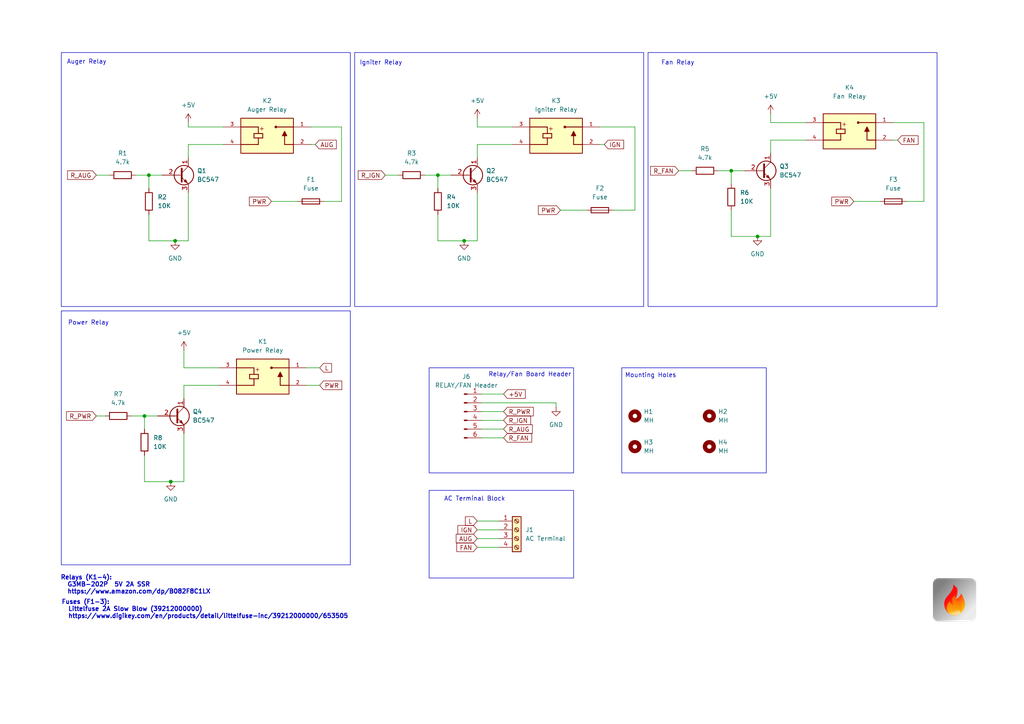
<source format=kicad_sch>
(kicad_sch (version 20231120) (generator "eeschema") (generator_version "8.0")
  (paper "A4")
  (title_block (title "PiFire Relay Module") (date "2024-05-10") (rev "v1.0.1") (company "PiFire") (comment 1 "https://github.com/nebhead/pifire") (comment 2 "Ben Parmeter"))
  (lib_symbols
    (symbol "Connector:Conn_01x06_Pin" (pin_names (offset 1.016) hide)
      (property "Reference" "J" (at 0 7.62 0))
      (property "Value" "Conn_01x06_Pin" (at 0 -10.16 0))
      (symbol "Conn_01x06_Pin_1_1"
        (polyline (pts (xy 1.27 -7.62) (xy 0.8636 -7.62)) (stroke (width 0.1524)))
        (polyline (pts (xy 1.27 -5.08) (xy 0.8636 -5.08)) (stroke (width 0.1524)))
        (polyline (pts (xy 1.27 -2.54) (xy 0.8636 -2.54)) (stroke (width 0.1524)))
        (polyline (pts (xy 1.27 0) (xy 0.8636 0)) (stroke (width 0.1524)))
        (polyline (pts (xy 1.27 2.54) (xy 0.8636 2.54)) (stroke (width 0.1524)))
        (polyline (pts (xy 1.27 5.08) (xy 0.8636 5.08)) (stroke (width 0.1524)))
        (rectangle (start 0.8636 -7.493) (end 0 -7.747) (stroke (width 0.1524)) (fill (type outline)))
        (rectangle (start 0.8636 -4.953) (end 0 -5.207) (stroke (width 0.1524)) (fill (type outline)))
        (rectangle (start 0.8636 -2.413) (end 0 -2.667) (stroke (width 0.1524)) (fill (type outline)))
        (rectangle (start 0.8636 0.127) (end 0 -0.127) (stroke (width 0.1524)) (fill (type outline)))
        (rectangle (start 0.8636 2.667) (end 0 2.413) (stroke (width 0.1524)) (fill (type outline)))
        (rectangle (start 0.8636 5.207) (end 0 4.953) (stroke (width 0.1524)) (fill (type outline)))
        (pin passive line (at 5.08 5.08 180) (length 3.81) (name "Pin_1") (number "1"))
        (pin passive line (at 5.08 2.54 180) (length 3.81) (name "Pin_2") (number "2"))
        (pin passive line (at 5.08 0 180) (length 3.81) (name "Pin_3") (number "3"))
        (pin passive line (at 5.08 -2.54 180) (length 3.81) (name "Pin_4") (number "4"))
        (pin passive line (at 5.08 -5.08 180) (length 3.81) (name "Pin_5") (number "5"))
        (pin passive line (at 5.08 -7.62 180) (length 3.81) (name "Pin_6") (number "6"))
      )
    )
    (symbol "Connector:Screw_Terminal_01x04" (pin_names (offset 1.016) hide)
      (property "Reference" "J" (at 0 5.08 0))
      (property "Value" "Screw_Terminal_01x04" (at 0 -7.62 0))
      (symbol "Screw_Terminal_01x04_1_1"
        (rectangle (start -1.27 3.81) (end 1.27 -6.35) (stroke (width 0.254)) (fill (type background)))
        (circle (center 0 -5.08) (radius 0.635) (stroke (width 0.1524)))
        (circle (center 0 -2.54) (radius 0.635) (stroke (width 0.1524)))
        (polyline (pts (xy -0.5334 -4.7498) (xy 0.3302 -5.588)) (stroke (width 0.1524)))
        (polyline (pts (xy -0.5334 -2.2098) (xy 0.3302 -3.048)) (stroke (width 0.1524)))
        (polyline (pts (xy -0.5334 0.3302) (xy 0.3302 -0.508)) (stroke (width 0.1524)))
        (polyline (pts (xy -0.5334 2.8702) (xy 0.3302 2.032)) (stroke (width 0.1524)))
        (polyline (pts (xy -0.3556 -4.572) (xy 0.508 -5.4102)) (stroke (width 0.1524)))
        (polyline (pts (xy -0.3556 -2.032) (xy 0.508 -2.8702)) (stroke (width 0.1524)))
        (polyline (pts (xy -0.3556 0.508) (xy 0.508 -0.3302)) (stroke (width 0.1524)))
        (polyline (pts (xy -0.3556 3.048) (xy 0.508 2.2098)) (stroke (width 0.1524)))
        (circle (center 0 0) (radius 0.635) (stroke (width 0.1524)))
        (circle (center 0 2.54) (radius 0.635) (stroke (width 0.1524)))
        (pin passive line (at -5.08 2.54 0) (length 3.81) (name "Pin_1") (number "1"))
        (pin passive line (at -5.08 0 0) (length 3.81) (name "Pin_2") (number "2"))
        (pin passive line (at -5.08 -2.54 0) (length 3.81) (name "Pin_3") (number "3"))
        (pin passive line (at -5.08 -5.08 0) (length 3.81) (name "Pin_4") (number "4"))
      )
    )
    (symbol "Device:Fuse" (pin_numbers hide) (pin_names (offset 0))
      (property "Reference" "F" (at 2.032 0 90))
      (property "Value" "Fuse" (at -1.905 0 90))
      (symbol "Fuse_0_1"
        (rectangle (start -0.762 -2.54) (end 0.762 2.54) (stroke (width 0.254)))
        (polyline (pts (xy 0 2.54) (xy 0 -2.54)))
      )
      (symbol "Fuse_1_1"
        (pin passive line (at 0 3.81 270) (length 1.27) (name "~") (number "1"))
        (pin passive line (at 0 -3.81 90) (length 1.27) (name "~") (number "2"))
      )
    )
    (symbol "Device:R" (pin_numbers hide) (pin_names (offset 0))
      (property "Reference" "R" (at 2.032 0 90))
      (property "Value" "R" (at 0 0 90))
      (symbol "R_0_1"
        (rectangle (start -1.016 -2.54) (end 1.016 2.54) (stroke (width 0.254)))
      )
      (symbol "R_1_1"
        (pin passive line (at 0 3.81 270) (length 1.27) (name "~") (number "1"))
        (pin passive line (at 0 -3.81 90) (length 1.27) (name "~") (number "2"))
      )
    )
    (symbol "G3MB-202PDC5:G3MB-202PDC5" (pin_names (offset 1.016))
      (property "Reference" "K" (at -7.62 6.35 0))
      (property "Value" "G3MB-202PDC5" (at -7.62 -6.35 0))
      (symbol "G3MB-202PDC5_0_0"
        (rectangle (start -7.62 -5.08) (end 7.62 5.08) (stroke (width 0.254)) (fill (type background)))
        (polyline (pts (xy -7.62 -2.54) (xy -2.54 -2.54)) (stroke (width 0.254)))
        (polyline (pts (xy -7.62 2.54) (xy -2.54 2.54)) (stroke (width 0.254)))
        (polyline (pts (xy -3.81 -0.635) (xy -3.81 0.635)) (stroke (width 0.254)))
        (polyline (pts (xy -3.81 0.635) (xy -2.54 0.635)) (stroke (width 0.254)))
        (polyline (pts (xy -2.54 -0.635) (xy -3.81 -0.635)) (stroke (width 0.254)))
        (polyline (pts (xy -2.54 -0.635) (xy -2.54 -2.54)) (stroke (width 0.254)))
        (polyline (pts (xy -2.54 0.635) (xy -1.27 0.635)) (stroke (width 0.254)))
        (polyline (pts (xy -2.54 2.54) (xy -2.54 0.635)) (stroke (width 0.254)))
        (polyline (pts (xy -2.032 2.032) (xy -1.016 2.032)) (stroke (width 0.127)))
        (polyline (pts (xy -1.524 2.54) (xy -1.524 1.524)) (stroke (width 0.127)))
        (polyline (pts (xy -1.27 -0.635) (xy -2.54 -0.635)) (stroke (width 0.254)))
        (polyline (pts (xy -1.27 0.635) (xy -1.27 -0.635)) (stroke (width 0.254)))
        (polyline (pts (xy 5.08 -2.54) (xy 5.08 0)) (stroke (width 0.254)))
        (polyline (pts (xy 7.62 -2.54) (xy 5.08 -2.54)) (stroke (width 0.254)))
        (polyline (pts (xy 7.62 2.54) (xy 2.54 2.54)) (stroke (width 0.254)))
        (polyline (pts (xy 4.445 0) (xy 5.715 0) (xy 5.08 1.27) (xy 4.445 0)) (stroke (width 0.254)) (fill (type outline)))
        (circle (center 2.54 2.54) (radius 0.254) (stroke (width 0.254)))
        (pin passive line (at 12.7 2.54 180) (length 5.08) (name "~") (number "1"))
        (pin passive line (at 12.7 -2.54 180) (length 5.08) (name "~") (number "2"))
        (pin passive line (at -12.7 2.54 0) (length 5.08) (name "~") (number "3"))
        (pin passive line (at -12.7 -2.54 0) (length 5.08) (name "~") (number "4"))
      )
    )
    (symbol "Mechanical:MountingHole" (pin_names (offset 1.016))
      (property "Reference" "H" (at 0 5.08 0))
      (property "Value" "MountingHole" (at 0 3.175 0))
      (symbol "MountingHole_0_1"
        (circle (center 0 0) (radius 1.27) (stroke (width 1.27)))
      )
    )
    (symbol "Transistor_BJT:BC547" (pin_names (offset 0) hide)
      (property "Reference" "Q" (at 5.08 1.905 0))
      (property "Value" "BC547" (at 5.08 0 0))
      (symbol "BC547_0_1"
        (polyline (pts (xy 0 0) (xy 0.635 0)))
        (polyline (pts (xy 0.635 0.635) (xy 2.54 2.54)))
        (polyline (pts (xy 0.635 -0.635) (xy 2.54 -2.54) (xy 2.54 -2.54)))
        (polyline (pts (xy 0.635 1.905) (xy 0.635 -1.905) (xy 0.635 -1.905)) (stroke (width 0.508)))
        (polyline (pts (xy 1.27 -1.778) (xy 1.778 -1.27) (xy 2.286 -2.286) (xy 1.27 -1.778) (xy 1.27 -1.778)) (fill (type outline)))
        (circle (center 1.27 0) (radius 2.8194) (stroke (width 0.254)))
      )
      (symbol "BC547_1_1"
        (pin passive line (at 2.54 5.08 270) (length 2.54) (name "C") (number "1"))
        (pin input line (at -5.08 0 0) (length 5.08) (name "B") (number "2"))
        (pin passive line (at 2.54 -5.08 90) (length 2.54) (name "E") (number "3"))
      )
    )
    (symbol "power:+5V" (power) (pin_numbers hide) (pin_names (offset 0) hide)
      (property "Value" "+5V" (at 0 3.556 0))
      (symbol "+5V_0_1"
        (polyline (pts (xy -0.762 1.27) (xy 0 2.54)))
        (polyline (pts (xy 0 0) (xy 0 2.54)))
        (polyline (pts (xy 0 2.54) (xy 0.762 1.27)))
      )
      (symbol "+5V_1_1"
        (pin power_in line (at 0 0 90) (length 0) (name "~") (number "1"))
      )
    )
    (symbol "power:GND" (power) (pin_numbers hide) (pin_names (offset 0) hide)
      (property "Value" "GND" (at 0 -3.81 0))
      (symbol "GND_0_1"
        (polyline (pts (xy 0 0) (xy 0 -1.27) (xy 1.27 -1.27) (xy 0 -2.54) (xy -1.27 -1.27) (xy 0 -1.27)))
      )
      (symbol "GND_1_1"
        (pin power_in line (at 0 0 270) (length 0) (name "~") (number "1"))
      )
    )
  )
  (junction (at 41.91 120.65))
  (junction (at 50.8 69.85))
  (junction (at 127 50.8))
  (junction (at 134.62 69.85))
  (junction (at 212.09 49.53))
  (junction (at 219.71 68.58))
  (junction (at 49.53 139.7))
  (junction (at 43.18 50.8))
  (wire (pts (xy 27.94 120.65) (xy 30.48 120.65)))
  (wire (pts (xy 53.34 115.57) (xy 53.34 111.76)))
  (wire (pts (xy 146.05 124.46) (xy 139.7 124.46)))
  (wire (pts (xy 27.94 50.8) (xy 31.75 50.8)))
  (wire (pts (xy 41.91 120.65) (xy 41.91 124.46)))
  (wire (pts (xy 200.66 49.53) (xy 196.85 49.53)))
  (wire (pts (xy 262.89 58.42) (xy 267.97 58.42)))
  (wire (pts (xy 175.26 41.91) (xy 173.99 41.91)))
  (wire (pts (xy 138.43 156.21) (xy 144.78 156.21)))
  (wire (pts (xy 53.34 111.76) (xy 63.5 111.76)))
  (wire (pts (xy 138.43 69.85) (xy 138.43 55.88)))
  (wire (pts (xy 54.61 69.85) (xy 54.61 55.88)))
  (wire (pts (xy 53.34 101.6) (xy 53.34 106.68)))
  (wire (pts (xy 259.08 35.56) (xy 267.97 35.56)))
  (wire (pts (xy 212.09 49.53) (xy 215.9 49.53)))
  (wire (pts (xy 127 69.85) (xy 134.62 69.85)))
  (wire (pts (xy 88.9 111.76) (xy 92.71 111.76)))
  (wire (pts (xy 184.15 60.96) (xy 177.8 60.96)))
  (wire (pts (xy 267.97 35.56) (xy 267.97 58.42)))
  (wire (pts (xy 161.29 116.84) (xy 161.29 118.11)))
  (wire (pts (xy 212.09 68.58) (xy 219.71 68.58)))
  (wire (pts (xy 233.68 35.56) (xy 223.52 35.56)))
  (wire (pts (xy 138.43 34.29) (xy 138.43 36.83)))
  (wire (pts (xy 88.9 106.68) (xy 92.71 106.68)))
  (wire (pts (xy 138.43 36.83) (xy 148.59 36.83)))
  (wire (pts (xy 127 62.23) (xy 127 69.85)))
  (wire (pts (xy 41.91 139.7) (xy 49.53 139.7)))
  (wire (pts (xy 99.06 58.42) (xy 93.98 58.42)))
  (wire (pts (xy 247.65 58.42) (xy 255.27 58.42)))
  (wire (pts (xy 212.09 49.53) (xy 212.09 53.34)))
  (wire (pts (xy 127 50.8) (xy 127 54.61)))
  (wire (pts (xy 138.43 153.67) (xy 144.78 153.67)))
  (wire (pts (xy 223.52 68.58) (xy 223.52 54.61)))
  (wire (pts (xy 139.7 116.84) (xy 161.29 116.84)))
  (wire (pts (xy 260.35 40.64) (xy 259.08 40.64)))
  (wire (pts (xy 41.91 120.65) (xy 45.72 120.65)))
  (wire (pts (xy 43.18 50.8) (xy 43.18 54.61)))
  (wire (pts (xy 223.52 35.56) (xy 223.52 33.02)))
  (wire (pts (xy 54.61 45.72) (xy 54.61 41.91)))
  (wire (pts (xy 43.18 62.23) (xy 43.18 69.85)))
  (wire (pts (xy 53.34 139.7) (xy 53.34 125.73)))
  (wire (pts (xy 162.56 60.96) (xy 170.18 60.96)))
  (wire (pts (xy 41.91 132.08) (xy 41.91 139.7)))
  (wire (pts (xy 146.05 121.92) (xy 139.7 121.92)))
  (wire (pts (xy 184.15 36.83) (xy 184.15 60.96)))
  (wire (pts (xy 53.34 106.68) (xy 63.5 106.68)))
  (wire (pts (xy 127 50.8) (xy 130.81 50.8)))
  (wire (pts (xy 138.43 151.13) (xy 144.78 151.13)))
  (wire (pts (xy 134.62 69.85) (xy 138.43 69.85)))
  (wire (pts (xy 38.1 120.65) (xy 41.91 120.65)))
  (wire (pts (xy 223.52 40.64) (xy 233.68 40.64)))
  (wire (pts (xy 146.05 114.3) (xy 139.7 114.3)))
  (wire (pts (xy 146.05 127) (xy 139.7 127)))
  (wire (pts (xy 78.74 58.42) (xy 86.36 58.42)))
  (wire (pts (xy 54.61 36.83) (xy 64.77 36.83)))
  (wire (pts (xy 173.99 36.83) (xy 184.15 36.83)))
  (wire (pts (xy 138.43 158.75) (xy 144.78 158.75)))
  (wire (pts (xy 212.09 60.96) (xy 212.09 68.58)))
  (wire (pts (xy 123.19 50.8) (xy 127 50.8)))
  (wire (pts (xy 146.05 119.38) (xy 139.7 119.38)))
  (wire (pts (xy 54.61 35.56) (xy 54.61 36.83)))
  (wire (pts (xy 43.18 50.8) (xy 46.99 50.8)))
  (wire (pts (xy 223.52 44.45) (xy 223.52 40.64)))
  (wire (pts (xy 43.18 69.85) (xy 50.8 69.85)))
  (wire (pts (xy 111.76 50.8) (xy 115.57 50.8)))
  (wire (pts (xy 138.43 41.91) (xy 148.59 41.91)))
  (wire (pts (xy 90.17 36.83) (xy 99.06 36.83)))
  (wire (pts (xy 99.06 36.83) (xy 99.06 58.42)))
  (wire (pts (xy 39.37 50.8) (xy 43.18 50.8)))
  (wire (pts (xy 208.28 49.53) (xy 212.09 49.53)))
  (wire (pts (xy 49.53 139.7) (xy 53.34 139.7)))
  (wire (pts (xy 219.71 68.58) (xy 223.52 68.58)))
  (wire (pts (xy 91.44 41.91) (xy 90.17 41.91)))
  (wire (pts (xy 138.43 45.72) (xy 138.43 41.91)))
  (wire (pts (xy 54.61 41.91) (xy 64.77 41.91)))
  (wire (pts (xy 50.8 69.85) (xy 54.61 69.85)))
  (rectangle (start 17.78 90.17) (end 101.6 163.83))
  (rectangle (start 124.46 142.24) (end 166.37 167.64))
  (rectangle (start 102.87 15.24) (end 186.69 88.9))
  (rectangle (start 17.78 15.24) (end 101.6 88.9))
  (rectangle (start 180.34 106.68) (end 222.25 137.16))
  (rectangle (start 124.46 106.68) (end 166.37 137.16))
  (rectangle (start 187.96 15.24) (end 271.78 88.9))
  (image (at 276.86 173.99) (scale 0.0668889))
  (text "Fan Relay" (at 196.596 18.288 0) (effects (font (size 1.27 1.27))))
  (text "Power Relay" (at 25.654 93.726 0) (effects (font (size 1.27 1.27))))
  (text "Fuses (F1-3): \n  Littelfuse 2A Slow Blow (39212000000)\n  https://www.digikey.com/en/products/detail/littelfuse-inc/39212000000/653505" (at 17.78 176.784 0) (effects (font (size 1.27 1.27) (thickness 0.254) (bold yes)) (justify left)))
  (text "AC Terminal Block" (at 137.668 144.78 0) (effects (font (size 1.27 1.27))))
  (text "Auger Relay" (at 25.146 18.034 0) (effects (font (size 1.27 1.27))))
  (text "Relay/Fan Board Header" (at 153.67 108.712 0) (effects (font (size 1.27 1.27))))
  (text "Relays (K1-4): \n  G3MB-202P  5V 2A SSR  \n  https://www.amazon.com/dp/B082F8C1LX" (at 17.526 169.672 0) (effects (font (size 1.27 1.27) (thickness 0.254) (bold yes)) (justify left)))
  (text "Mounting Holes" (at 188.722 108.966 0) (effects (font (size 1.27 1.27))))
  (text "Igniter Relay" (at 110.49 18.288 0) (effects (font (size 1.27 1.27))))
  (global_label "AUG" (shape input) (at 91.44 41.91 0) (property "Intersheetrefs" "${INTERSHEET_REFS}" (effects (hide yes))))
  (global_label "IGN" (shape input) (at 138.43 153.67 180) (property "Intersheetrefs" "${INTERSHEET_REFS}" (effects (hide yes))))
  (global_label "R_IGN" (shape input) (at 146.05 121.92 0) (property "Intersheetrefs" "${INTERSHEET_REFS}" (effects (hide yes))))
  (global_label "R_AUG" (shape input) (at 146.05 124.46 0) (property "Intersheetrefs" "${INTERSHEET_REFS}" (effects (hide yes))))
  (global_label "+5V" (shape input) (at 146.05 114.3 0) (property "Intersheetrefs" "${INTERSHEET_REFS}" (effects (hide yes))))
  (global_label "R_FAN" (shape input) (at 196.85 49.53 180) (property "Intersheetrefs" "${INTERSHEET_REFS}" (effects (hide yes))))
  (global_label "R_AUG" (shape input) (at 27.94 50.8 180) (property "Intersheetrefs" "${INTERSHEET_REFS}" (effects (hide yes))))
  (global_label "FAN" (shape input) (at 260.35 40.64 0) (property "Intersheetrefs" "${INTERSHEET_REFS}" (effects (hide yes))))
  (global_label "PWR" (shape input) (at 247.65 58.42 180) (property "Intersheetrefs" "${INTERSHEET_REFS}" (effects (hide yes))))
  (global_label "PWR" (shape input) (at 92.71 111.76 0) (property "Intersheetrefs" "${INTERSHEET_REFS}" (effects (hide yes))))
  (global_label "R_PWR" (shape input) (at 27.94 120.65 180) (property "Intersheetrefs" "${INTERSHEET_REFS}" (effects (hide yes))))
  (global_label "IGN" (shape input) (at 175.26 41.91 0) (property "Intersheetrefs" "${INTERSHEET_REFS}" (effects (hide yes))))
  (global_label "PWR" (shape input) (at 78.74 58.42 180) (property "Intersheetrefs" "${INTERSHEET_REFS}" (effects (hide yes))))
  (global_label "AUG" (shape input) (at 138.43 156.21 180) (property "Intersheetrefs" "${INTERSHEET_REFS}" (effects (hide yes))))
  (global_label "R_PWR" (shape input) (at 146.05 119.38 0) (property "Intersheetrefs" "${INTERSHEET_REFS}" (effects (hide yes))))
  (global_label "FAN" (shape input) (at 138.43 158.75 180) (property "Intersheetrefs" "${INTERSHEET_REFS}" (effects (hide yes))))
  (global_label "L" (shape input) (at 92.71 106.68 0) (property "Intersheetrefs" "${INTERSHEET_REFS}" (effects (hide yes))))
  (global_label "R_IGN" (shape input) (at 111.76 50.8 180) (property "Intersheetrefs" "${INTERSHEET_REFS}" (effects (hide yes))))
  (global_label "PWR" (shape input) (at 162.56 60.96 180) (property "Intersheetrefs" "${INTERSHEET_REFS}" (effects (hide yes))))
  (global_label "R_FAN" (shape input) (at 146.05 127 0) (property "Intersheetrefs" "${INTERSHEET_REFS}" (effects (hide yes))))
  (global_label "L" (shape input) (at 138.43 151.13 180) (property "Intersheetrefs" "${INTERSHEET_REFS}" (effects (hide yes))))
  (symbol (lib_id "Transistor_BJT:BC547") (at 52.07 50.8 0) (unit 1)
    (property "Reference" "Q1" (at 57.15 49.5299 0) (effects (justify left)))
    (property "Value" "BC547" (at 57.15 52.0699 0) (effects (justify left)))
    (property "Footprint" "Package_TO_SOT_THT:TO-92L_Inline" (effects (hide yes)))
    (property "Datasheet" "https://www.onsemi.com/pub/Collateral/BC550-D.pdf" (effects (hide yes)))
    (property "Description" "BC547 Transistor. I had several on hand from this kit: https://www.amazon.com/gp/product/B06Y4M2N29" (effects (hide yes)))
  )
  (symbol (lib_id "Device:R") (at 204.47 49.53 270) (unit 1)
    (property "Reference" "R5" (at 204.47 43.18 90))
    (property "Value" "4.7k" (at 204.47 45.72 90))
    (property "Footprint" "Resistor_THT:R_Axial_DIN0207_L6.3mm_D2.5mm_P7.62mm_Horizontal" (effects (hide yes)))
    (property "Description" "Standard 1/4W Axial Resistors." (effects (hide yes)))
  )
  (symbol (lib_id "power:+5V") (at 54.61 35.56 0) (unit 1)
    (property "Reference" "#PWR01" (effects (hide yes)))
    (property "Value" "+5V" (at 54.61 30.48 0))
    (property "Description" "Power symbol creates a global label with name \"+5V\"" (effects (hide yes)))
  )
  (symbol (lib_id "G3MB-202PDC5:G3MB-202PDC5") (at 246.38 38.1 0) (unit 1)
    (property "Reference" "K4" (at 246.38 25.4 0))
    (property "Value" "Fan Relay" (at 246.38 27.94 0))
    (property "Footprint" "G3MB-202PDC5:RELAY_G3MB-202PDC5" (effects (hide yes)))
    (property "Description" "G3MB-202P DC5V 2A Solid State Relay.  These are generally the same type of relay that you will find on generic SSR relay modules everywhere.  They can be a bit difficult to source otherwise.  However, I was able to order these on Amazon: https://www.amazon.com/dp/B082F8C1LX" (effects (hide yes)))
    (property "PARTREV" "J091-E1-1A" (effects (hide yes)))
    (property "STANDARD" "Manufacturer Recommendations" (effects (hide yes)))
    (property "MAXIMUM_PACKAGE_HEIGHT" "20.5mm" (effects (hide yes)))
    (property "MANUFACTURER" "OMRON" (effects (hide yes)))
  )
  (symbol (lib_id "Device:R") (at 212.09 57.15 0) (unit 1)
    (property "Reference" "R6" (at 214.63 55.8799 0) (effects (justify left)))
    (property "Value" "10K" (at 214.63 58.4199 0) (effects (justify left)))
    (property "Footprint" "Resistor_THT:R_Axial_DIN0207_L6.3mm_D2.5mm_P7.62mm_Horizontal" (effects (hide yes)))
    (property "Description" "Standard 1/4W Axial Resistors." (effects (hide yes)))
  )
  (symbol (lib_id "power:GND") (at 49.53 139.7 0) (unit 1)
    (property "Reference" "#PWR07" (effects (hide yes)))
    (property "Value" "GND" (at 49.53 144.78 0))
    (property "Description" "Power symbol creates a global label with name \"GND\" , ground" (effects (hide yes)))
  )
  (symbol (lib_id "Device:Fuse") (at 259.08 58.42 90) (unit 1)
    (property "Reference" "F3" (at 259.08 52.07 90))
    (property "Value" "Fuse" (at 259.08 54.61 90))
    (property "Footprint" "Fuse:Fuse_Littelfuse_395Series" (effects (hide yes)))
    (property "Description" "Littelfuse 2A Slow Blow (39212000000) https://www.digikey.com/en/products/detail/littelfuse-inc/39212000000/653505" (effects (hide yes)))
  )
  (symbol (lib_id "Connector:Screw_Terminal_01x04") (at 149.86 153.67 0) (unit 1)
    (property "Reference" "J1" (at 152.4 153.6699 0) (effects (justify left)))
    (property "Value" "AC Terminal" (at 152.4 156.2099 0) (effects (justify left)))
    (property "Footprint" "TerminalBlock:TerminalBlock_bornier-4_P5.08mm" (effects (hide yes)))
    (property "Description" "Screw Terminal x4 (5.0mm pitch). Recommended terminals: https://www.amazon.com/dp/B01MT4LC0F" (effects (hide yes)))
  )
  (symbol (lib_id "Mechanical:MountingHole") (at 184.15 120.65 0) (unit 1)
    (property "Reference" "H1" (at 186.69 119.3799 0) (effects (justify left)))
    (property "Value" "MH" (at 186.69 121.9199 0) (effects (justify left)))
    (property "Footprint" "MountingHole:MountingHole_3.2mm_M3" (effects (hide yes)))
    (property "Description" "Mounting Hole without connection" (effects (hide yes)))
  )
  (symbol (lib_id "Mechanical:MountingHole") (at 184.15 129.54 0) (unit 1)
    (property "Reference" "H3" (at 186.69 128.2699 0) (effects (justify left)))
    (property "Value" "MH" (at 186.69 130.8099 0) (effects (justify left)))
    (property "Footprint" "MountingHole:MountingHole_3.2mm_M3" (effects (hide yes)))
    (property "Description" "Mounting Hole without connection" (effects (hide yes)))
  )
  (symbol (lib_id "power:+5V") (at 138.43 34.29 0) (unit 1)
    (property "Reference" "#PWR04" (effects (hide yes)))
    (property "Value" "+5V" (at 138.43 29.21 0))
    (property "Description" "Power symbol creates a global label with name \"+5V\"" (effects (hide yes)))
  )
  (symbol (lib_id "Mechanical:MountingHole") (at 205.74 120.65 0) (unit 1)
    (property "Reference" "H2" (at 208.28 119.3799 0) (effects (justify left)))
    (property "Value" "MH" (at 208.28 121.9199 0) (effects (justify left)))
    (property "Footprint" "MountingHole:MountingHole_3.2mm_M3" (effects (hide yes)))
    (property "Description" "Mounting Hole without connection" (effects (hide yes)))
  )
  (symbol (lib_id "power:GND") (at 219.71 68.58 0) (unit 1)
    (property "Reference" "#PWR05" (effects (hide yes)))
    (property "Value" "GND" (at 219.71 73.66 0))
    (property "Description" "Power symbol creates a global label with name \"GND\" , ground" (effects (hide yes)))
  )
  (symbol (lib_id "Device:R") (at 43.18 58.42 0) (unit 1)
    (property "Reference" "R2" (at 45.72 57.1499 0) (effects (justify left)))
    (property "Value" "10K" (at 45.72 59.6899 0) (effects (justify left)))
    (property "Footprint" "Resistor_THT:R_Axial_DIN0207_L6.3mm_D2.5mm_P7.62mm_Horizontal" (effects (hide yes)))
    (property "Description" "Standard 1/4W Axial Resistors." (effects (hide yes)))
  )
  (symbol (lib_id "G3MB-202PDC5:G3MB-202PDC5") (at 76.2 109.22 0) (unit 1)
    (property "Reference" "K1" (at 76.2 99.06 0))
    (property "Value" "Power Relay" (at 76.2 101.6 0))
    (property "Footprint" "G3MB-202PDC5:RELAY_G3MB-202PDC5" (effects (hide yes)))
    (property "Description" "G3MB-202P DC5V 2A Solid State Relay.  These are generally the same type of relay that you will find on generic SSR relay modules everywhere.  They can be a bit difficult to source otherwise.  However, I was able to order these on Amazon: https://www.amazon.com/dp/B082F8C1LX" (effects (hide yes)))
    (property "PARTREV" "J091-E1-1A" (effects (hide yes)))
    (property "STANDARD" "Manufacturer Recommendations" (effects (hide yes)))
    (property "MAXIMUM_PACKAGE_HEIGHT" "20.5mm" (effects (hide yes)))
    (property "MANUFACTURER" "OMRON" (effects (hide yes)))
  )
  (symbol (lib_id "Device:R") (at 34.29 120.65 270) (unit 1)
    (property "Reference" "R7" (at 34.29 114.3 90))
    (property "Value" "4.7k" (at 34.29 116.84 90))
    (property "Footprint" "Resistor_THT:R_Axial_DIN0207_L6.3mm_D2.5mm_P7.62mm_Horizontal" (effects (hide yes)))
    (property "Description" "Standard 1/4W Axial Resistors." (effects (hide yes)))
  )
  (symbol (lib_id "G3MB-202PDC5:G3MB-202PDC5") (at 77.47 39.37 0) (unit 1)
    (property "Reference" "K2" (at 77.47 29.21 0))
    (property "Value" "Auger Relay" (at 77.47 31.75 0))
    (property "Footprint" "G3MB-202PDC5:RELAY_G3MB-202PDC5" (effects (hide yes)))
    (property "Description" "G3MB-202P DC5V 2A Solid State Relay.  These are generally the same type of relay that you will find on generic SSR relay modules everywhere.  They can be a bit difficult to source otherwise.  However, I was able to order these on Amazon: https://www.amazon.com/dp/B082F8C1LX" (effects (hide yes)))
    (property "PARTREV" "J091-E1-1A" (effects (hide yes)))
    (property "STANDARD" "Manufacturer Recommendations" (effects (hide yes)))
    (property "MAXIMUM_PACKAGE_HEIGHT" "20.5mm" (effects (hide yes)))
    (property "MANUFACTURER" "OMRON" (effects (hide yes)))
  )
  (symbol (lib_id "Connector:Conn_01x06_Pin") (at 134.62 119.38 0) (unit 1)
    (property "Reference" "J6" (at 135.255 109.22 0))
    (property "Value" "RELAY/FAN Header" (at 135.255 111.76 0))
    (property "Footprint" "Connector_JST:JST_XH_B6B-XH-A_1x06_P2.50mm_Vertical" (effects (hide yes)))
    (property "Description" "6-Pin JST XH PCB Mount Connectors for input header. Available from many sellers: https://www.amazon.com/Glarks-Housing-Connector-Perfectly-Compatible/dp/B07CTH46S7" (effects (hide yes)))
  )
  (symbol (lib_id "power:+5V") (at 53.34 101.6 0) (unit 1)
    (property "Reference" "#PWR08" (effects (hide yes)))
    (property "Value" "+5V" (at 53.34 96.52 0))
    (property "Description" "Power symbol creates a global label with name \"+5V\"" (effects (hide yes)))
  )
  (symbol (lib_id "power:+5V") (at 223.52 33.02 0) (unit 1)
    (property "Reference" "#PWR06" (effects (hide yes)))
    (property "Value" "+5V" (at 223.52 27.94 0))
    (property "Description" "Power symbol creates a global label with name \"+5V\"" (effects (hide yes)))
  )
  (symbol (lib_id "Transistor_BJT:BC547") (at 220.98 49.53 0) (unit 1)
    (property "Reference" "Q3" (at 226.06 48.2599 0) (effects (justify left)))
    (property "Value" "BC547" (at 226.06 50.7999 0) (effects (justify left)))
    (property "Footprint" "Package_TO_SOT_THT:TO-92L_Inline" (effects (hide yes)))
    (property "Datasheet" "https://www.onsemi.com/pub/Collateral/BC550-D.pdf" (effects (hide yes)))
    (property "Description" "BC547 Transistor. I had several on hand from this kit: https://www.amazon.com/gp/product/B06Y4M2N29" (effects (hide yes)))
  )
  (symbol (lib_id "Transistor_BJT:BC547") (at 50.8 120.65 0) (unit 1)
    (property "Reference" "Q4" (at 55.88 119.3799 0) (effects (justify left)))
    (property "Value" "BC547" (at 55.88 121.9199 0) (effects (justify left)))
    (property "Footprint" "Package_TO_SOT_THT:TO-92L_Inline" (effects (hide yes)))
    (property "Datasheet" "https://www.onsemi.com/pub/Collateral/BC550-D.pdf" (effects (hide yes)))
    (property "Description" "BC547 Transistor. I had several on hand from this kit: https://www.amazon.com/gp/product/B06Y4M2N29" (effects (hide yes)))
  )
  (symbol (lib_id "power:GND") (at 50.8 69.85 0) (unit 1)
    (property "Reference" "#PWR02" (effects (hide yes)))
    (property "Value" "GND" (at 50.8 74.93 0))
    (property "Description" "Power symbol creates a global label with name \"GND\" , ground" (effects (hide yes)))
  )
  (symbol (lib_id "Device:Fuse") (at 90.17 58.42 90) (unit 1)
    (property "Reference" "F1" (at 90.17 52.07 90))
    (property "Value" "Fuse" (at 90.17 54.61 90))
    (property "Footprint" "Fuse:Fuse_Littelfuse_395Series" (effects (hide yes)))
    (property "Description" "Littelfuse 2A Slow Blow (39212000000) https://www.digikey.com/en/products/detail/littelfuse-inc/39212000000/653505" (effects (hide yes)))
  )
  (symbol (lib_id "Device:R") (at 41.91 128.27 0) (unit 1)
    (property "Reference" "R8" (at 44.45 126.9999 0) (effects (justify left)))
    (property "Value" "10K" (at 44.45 129.5399 0) (effects (justify left)))
    (property "Footprint" "Resistor_THT:R_Axial_DIN0207_L6.3mm_D2.5mm_P7.62mm_Horizontal" (effects (hide yes)))
    (property "Description" "Standard 1/4W Axial Resistors." (effects (hide yes)))
  )
  (symbol (lib_id "power:GND") (at 161.29 118.11 0) (unit 1)
    (property "Reference" "#PWR09" (effects (hide yes)))
    (property "Value" "GND" (at 161.29 123.19 0))
    (property "Description" "Power symbol creates a global label with name \"GND\" , ground" (effects (hide yes)))
  )
  (symbol (lib_id "Device:R") (at 119.38 50.8 270) (unit 1)
    (property "Reference" "R3" (at 119.38 44.45 90))
    (property "Value" "4.7k" (at 119.38 46.99 90))
    (property "Footprint" "Resistor_THT:R_Axial_DIN0207_L6.3mm_D2.5mm_P7.62mm_Horizontal" (effects (hide yes)))
    (property "Description" "Standard 1/4W Axial Resistors." (effects (hide yes)))
  )
  (symbol (lib_id "Device:Fuse") (at 173.99 60.96 90) (unit 1)
    (property "Reference" "F2" (at 173.99 54.61 90))
    (property "Value" "Fuse" (at 173.99 57.15 90))
    (property "Footprint" "Fuse:Fuse_Littelfuse_395Series" (effects (hide yes)))
    (property "Description" "Littelfuse 2A Slow Blow (39212000000) https://www.digikey.com/en/products/detail/littelfuse-inc/39212000000/653505" (effects (hide yes)))
  )
  (symbol (lib_id "Device:R") (at 35.56 50.8 270) (unit 1)
    (property "Reference" "R1" (at 35.56 44.45 90))
    (property "Value" "4.7k" (at 35.56 46.99 90))
    (property "Footprint" "Resistor_THT:R_Axial_DIN0207_L6.3mm_D2.5mm_P7.62mm_Horizontal" (effects (hide yes)))
    (property "Description" "Standard 1/4W Axial Resistors." (effects (hide yes)))
  )
  (symbol (lib_id "Transistor_BJT:BC547") (at 135.89 50.8 0) (unit 1)
    (property "Reference" "Q2" (at 140.97 49.5299 0) (effects (justify left)))
    (property "Value" "BC547" (at 140.97 52.0699 0) (effects (justify left)))
    (property "Footprint" "Package_TO_SOT_THT:TO-92L_Inline" (effects (hide yes)))
    (property "Datasheet" "https://www.onsemi.com/pub/Collateral/BC550-D.pdf" (effects (hide yes)))
    (property "Description" "BC547 Transistor. I had several on hand from this kit: https://www.amazon.com/gp/product/B06Y4M2N29" (effects (hide yes)))
  )
  (symbol (lib_id "Device:R") (at 127 58.42 0) (unit 1)
    (property "Reference" "R4" (at 129.54 57.1499 0) (effects (justify left)))
    (property "Value" "10K" (at 129.54 59.6899 0) (effects (justify left)))
    (property "Footprint" "Resistor_THT:R_Axial_DIN0207_L6.3mm_D2.5mm_P7.62mm_Horizontal" (effects (hide yes)))
    (property "Description" "Standard 1/4W Axial Resistors." (effects (hide yes)))
  )
  (symbol (lib_id "Mechanical:MountingHole") (at 205.74 129.54 0) (unit 1)
    (property "Reference" "H4" (at 208.28 128.2699 0) (effects (justify left)))
    (property "Value" "MH" (at 208.28 130.8099 0) (effects (justify left)))
    (property "Footprint" "MountingHole:MountingHole_3.2mm_M3" (effects (hide yes)))
    (property "Description" "Mounting Hole without connection" (effects (hide yes)))
  )
  (symbol (lib_id "power:GND") (at 134.62 69.85 0) (unit 1)
    (property "Reference" "#PWR03" (effects (hide yes)))
    (property "Value" "GND" (at 134.62 74.93 0))
    (property "Description" "Power symbol creates a global label with name \"GND\" , ground" (effects (hide yes)))
  )
  (symbol (lib_id "G3MB-202PDC5:G3MB-202PDC5") (at 161.29 39.37 0) (unit 1)
    (property "Reference" "K3" (at 161.29 29.21 0))
    (property "Value" "Igniter Relay" (at 161.29 31.75 0))
    (property "Footprint" "G3MB-202PDC5:RELAY_G3MB-202PDC5" (effects (hide yes)))
    (property "Description" "G3MB-202P DC5V 2A Solid State Relay.  These are generally the same type of relay that you will find on generic SSR relay modules everywhere.  They can be a bit difficult to source otherwise.  However, I was able to order these on Amazon: https://www.amazon.com/dp/B082F8C1LX" (effects (hide yes)))
    (property "PARTREV" "J091-E1-1A" (effects (hide yes)))
    (property "STANDARD" "Manufacturer Recommendations" (effects (hide yes)))
    (property "MAXIMUM_PACKAGE_HEIGHT" "20.5mm" (effects (hide yes)))
    (property "MANUFACTURER" "OMRON" (effects (hide yes)))
  )
)
</source>
